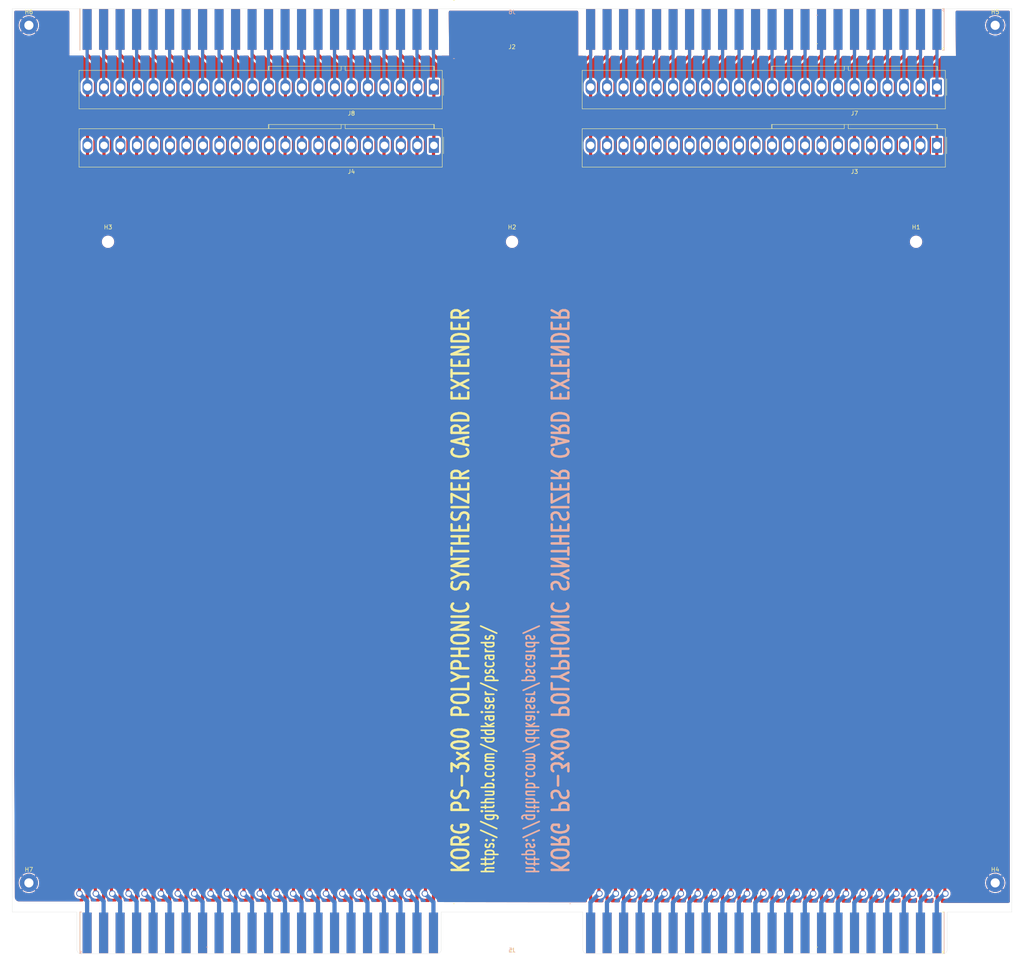
<source format=kicad_pcb>
(kicad_pcb (version 20240108) (generator "pcbnew") (generator_version "8.0")
  (title_block (comment 1 "Created with 'Korg PS-3x00 KLM Cards' template: https://github.com/ddkaiser/pscards"))
  (layers (0 "F.Cu" signal) (31 "B.Cu" signal) (34 "B.Paste" user) (35 "F.Paste" user) (36 "B.SilkS" user "B.Silkscreen") (37 "F.SilkS" user "F.Silkscreen") (38 "B.Mask" user) (39 "F.Mask" user) (44 "Edge.Cuts" user))
  (net 0 "")
  (net 1 "/Side A/S11")
  (net 2 "/Side A/S34")
  (net 3 "/Side A/S39")
  (net 4 "/Side A/S18")
  (net 5 "/Side A/S25")
  (net 6 "/Side A/S03")
  (net 7 "/Side A/S19")
  (net 8 "/Side A/S38")
  (net 9 "/Side A/S41")
  (net 10 "/Side A/S37")
  (net 11 "/Side A/S43")
  (net 12 "/Side A/S15")
  (net 13 "/Side A/S42")
  (net 14 "/Side A/S35")
  (net 15 "/Side A/S22")
  (net 16 "/Side A/S01")
  (net 17 "/Side A/S24")
  (net 18 "/Side A/S27")
  (net 19 "/Side A/S33")
  (net 20 "/Side A/S36")
  (net 21 "/Side A/S21")
  (net 22 "/Side A/S02")
  (net 23 "/Side A/S26")
  (net 24 "/Side A/S08")
  (net 25 "/Side A/S16")
  (net 26 "/Side A/S30")
  (net 27 "/Side A/S28")
  (net 28 "/Side A/S17")
  (net 29 "/Side A/S05")
  (net 30 "/Side A/S12")
  (net 31 "/Side A/S14")
  (net 32 "/Side A/S04")
  (net 33 "/Side A/S20")
  (net 34 "/Side A/S07")
  (net 35 "/Side A/S06")
  (net 36 "/Side A/S32")
  (net 37 "/Side A/S23")
  (net 38 "/Side A/S10")
  (net 39 "/Side A/S31")
  (net 40 "/Side A/S13")
  (net 41 "/Side A/S29")
  (net 42 "/Side A/S40")
  (net 43 "/Side A/S09")
  (net 44 "/Side A/S44")
  (net 45 "/Side B/S07")
  (net 46 "/Side B/S06")
  (net 47 "/Side B/S25")
  (net 48 "/Side B/S11")
  (net 49 "/Side B/S18")
  (net 50 "/Side B/S02")
  (net 51 "/Side B/S43")
  (net 52 "/Side B/S29")
  (net 53 "/Side B/S31")
  (net 54 "/Side B/S34")
  (net 55 "/Side B/S10")
  (net 56 "/Side B/S40")
  (net 57 "/Side B/S39")
  (net 58 "/Side B/S30")
  (net 59 "/Side B/S22")
  (net 60 "/Side B/S14")
  (net 61 "/Side B/S36")
  (net 62 "/Side B/S05")
  (net 63 "/Side B/S44")
  (net 64 "/Side B/S01")
  (net 65 "/Side B/S08")
  (net 66 "/Side B/S20")
  (net 67 "/Side B/S19")
  (net 68 "/Side B/S35")
  (net 69 "/Side B/S21")
  (net 70 "/Side B/S12")
  (net 71 "/Side B/S28")
  (net 72 "/Side B/S38")
  (net 73 "/Side B/S17")
  (net 74 "/Side B/S41")
  (net 75 "/Side B/S04")
  (net 76 "/Side B/S26")
  (net 77 "/Side B/S42")
  (net 78 "/Side B/S03")
  (net 79 "/Side B/S33")
  (net 80 "/Side B/S24")
  (net 81 "/Side B/S27")
  (net 82 "/Side B/S13")
  (net 83 "/Side B/S09")
  (net 84 "/Side B/S32")
  (net 85 "/Side B/S15")
  (net 86 "/Side B/S23")
  (net 87 "/Side B/S37")
  (net 88 "/Side B/S16")
  (net 89 "GND1")
  (footprint "MountingHole:MountingHole_2.5mm" (layer "F.Cu") (at 297 76)
    (property "Reference" "H1")
    (property "Value" "MountingHole")
  )
  (footprint "MountingHole:MountingHole_2.5mm" (layer "F.Cu") (at 103 76)
    (property "Reference" "H3")
    (property "Value" "MountingHole")
  )
  (footprint "Korg PS-3x00 KLM Cards:Molex_KK-396_A-41791-0022_1x22_P3.96mm_Vertical" (layer "F.Cu") (at 181.229 38.846 180)
    (property "Reference" "J8")
    (property "Value" "Conn_01x22_Pin" (hide yes))
  )
  (footprint "Korg PS-3x00 KLM Cards:CardEdge-2x22_2.18x9.75mm_P3.96mm" (layer "F.Cu") (at 200 242 -90)
    (property "Reference" "J5")
    (property "Value" "Card_Edge_1x44")
  )
  (footprint "MountingHole:MountingHole_2.2mm_M2_Pad" (layer "F.Cu") (at 316 230)
    (property "Reference" "H4")
    (property "Value" "MountingHole_Pad")
  )
  (footprint "Korg PS-3x00 KLM Cards:Molex_KK-396_A-41791-0022_1x22_P3.96mm_Vertical" (layer "F.Cu") (at 181.229 52.846 180)
    (property "Reference" "J4")
    (property "Value" "Conn_01x22_Pin" (hide yes))
  )
  (footprint "Korg PS-3x00 KLM Cards:Molex_KK-396_A-41791-0022_1x22_P3.96mm_Vertical" (layer "F.Cu") (at 302.02 52.846 180)
    (property "Reference" "J3")
    (property "Value" "Conn_01x22_Pin" (hide yes))
  )
  (footprint "MountingHole:MountingHole_2.2mm_M2_Pad" (layer "F.Cu") (at 84 230)
    (property "Reference" "H7")
    (property "Value" "MountingHole_Pad")
  )
  (footprint "MountingHole:MountingHole_2.2mm_M2_Pad" (layer "F.Cu") (at 84 24)
    (property "Reference" "H6")
    (property "Value" "MountingHole_Pad")
  )
  (footprint "Korg PS-3x00 KLM Cards:CardEdge-2x22_2.18x9.75mm_P3.96mm" (layer "F.Cu") (at 200 25 90)
    (property "Reference" "J6")
    (property "Value" "Card_Edge_1x44")
  )
  (footprint "MountingHole:MountingHole_2.5mm" (layer "F.Cu") (at 200 76)
    (property "Reference" "H2")
    (property "Value" "MountingHole")
  )
  (footprint "MountingHole:MountingHole_2.2mm_M2_Pad" (layer "F.Cu") (at 316 24)
    (property "Reference" "H5")
    (property "Value" "MountingHole_Pad")
  )
  (footprint "Korg PS-3x00 KLM Cards:Molex_KK-396_A-41791-0022_1x22_P3.96mm_Vertical" (layer "F.Cu") (at 302.02 38.846 180)
    (property "Reference" "J7")
    (property "Value" "Conn_01x22_Pin" (hide yes))
  )
  (footprint "Korg PS-3x00 KLM Cards:CardEdge-2x22_2.18x9.75mm_P3.96mm" (layer "B.Cu") (at 200 25 -90)
    (property "Reference" "J2")
    (property "Value" "Card_Edge_1x44")
  )
  (footprint "Korg PS-3x00 KLM Cards:CardEdge-2x22_2.18x9.75mm_P3.96mm" (layer "B.Cu") (at 200 242 -90)
    (property "Reference" "J1")
    (property "Value" "Card_Edge_1x44")
  )
  (gr_line (start 80 20) (end 80 237) (stroke (width 0.05)) (layer "Edge.Cuts"))
  (gr_line (start 80 237) (end 95.5 237) (stroke (width 0.05)) (layer "Edge.Cuts"))
  (gr_line (start 218 247) (end 303.5 247) (stroke (width 0.05)) (layer "Edge.Cuts"))
  (gr_line (start 183 246) (end 183 237) (stroke (width 0.05)) (layer "Edge.Cuts"))
  (gr_line (start 95.5 237) (end 95.5 246) (stroke (width 0.05)) (layer "Edge.Cuts"))
  (gr_arc (start 96.5 247) (mid 95.792893 246.707107) (end 95.5 246) (stroke (width 0.05)) (layer "Edge.Cuts"))
  (gr_line (start 80 20) (end 320 20) (stroke (width 0.05)) (layer "Edge.Cuts"))
  (gr_line (start 183 237) (end 217 237) (stroke (width 0.05)) (layer "Edge.Cuts"))
  (gr_arc (start 218 247) (mid 217.292893 246.707107) (end 217 246) (stroke (width 0.05)) (layer "Edge.Cuts"))
  (gr_arc (start 183 246) (mid 182.707107 246.707107) (end 182 247) (stroke (width 0.05)) (layer "Edge.Cuts"))
  (gr_line (start 320 20) (end 320 237) (stroke (width 0.05)) (layer "Edge.Cuts"))
  (gr_line (start 217 237) (end 217 246) (stroke (width 0.05)) (layer "Edge.Cuts"))
  (gr_line (start 304.5 246) (end 304.5 237) (stroke (width 0.05)) (layer "Edge.Cuts"))
  (gr_arc (start 304.5 246) (mid 304.207107 246.707107) (end 303.5 247) (stroke (width 0.05)) (layer "Edge.Cuts"))
  (gr_line (start 304.5 237) (end 320 237) (stroke (width 0.05)) (layer "Edge.Cuts"))
  (gr_line (start 96.5 247) (end 182 247) (stroke (width 0.05)) (layer "Edge.Cuts"))
  (gr_text "https://github.com/ddkaiser/pscards/" (at 203 228 270) (layer "B.SilkS") (effects (font (size 3 2) (thickness 0.4) (bold yes)) (justify left bottom mirror)))
  (gr_text "KORG PS-3x00 POLYPHONIC SYNTHESIZER CARD EXTENDER" (at 209 228 270) (layer "B.SilkS") (effects (font (size 4 3) (thickness 0.6) (bold yes)) (justify left bottom mirror)))
  (gr_text "https://github.com/ddkaiser/pscards/" (at 196 228 90) (layer "F.SilkS") (effects (font (size 3 2) (thickness 0.4) (bold yes)) (justify left bottom)))
  (gr_text "KORG PS-3x00 POLYPHONIC SYNTHESIZER CARD EXTENDER" (at 190 228 90) (layer "F.SilkS") (effects (font (size 4 3) (thickness 0.6) (bold yes)) (justify left bottom)))
  (segment (start 260.349 33.274) (end 260.349 44.45) (width 0.762) (layer "F.Cu") (net 1))
  (segment (start 262.42 25) (end 262.42 31.203) (width 0.762) (layer "F.Cu") (net 1))
  (segment (start 262.42 31.203) (end 260.349 33.274) (width 0.762) (layer "F.Cu") (net 1))
  (segment (start 260.349 44.45) (end 262.42 46.521) (width 0.762) (layer "F.Cu") (net 1))
  (segment (start 262.42 52.846) (end 262.42 242) (width 0.762) (layer "F.Cu") (net 1))
  (segment (start 262.42 46.521) (end 262.42 52.846) (width 0.762) (layer "F.Cu") (net 1))
  (segment (start 137.58 52.935) (end 137.58 242) (width 0.762) (layer "F.Cu") (net 2))
  (segment (start 137.669 52.846) (end 137.58 52.935) (width 0.762) (layer "F.Cu") (net 2))
  (segment (start 139.574 33.02) (end 139.574 44.831) (width 0.762) (layer "F.Cu") (net 2))
  (segment (start 137.669 46.736) (end 137.669 52.846) (width 0.762) (layer "F.Cu") (net 2))
  (segment (start 137.58 31.026) (end 139.574 33.02) (width 0.762) (layer "F.Cu") (net 2))
  (segment (start 139.574 44.831) (end 137.669 46.736) (width 0.762) (layer "F.Cu") (net 2))
  (segment (start 137.58 25) (end 137.58 31.026) (width 0.762) (layer "F.Cu") (net 2))
  (segment (start 119.774 33.02) (end 119.774 44.831) (width 0.762) (layer "F.Cu") (net 3))
  (segment (start 119.774 44.831) (end 117.869 46.736) (width 0.762) (layer "F.Cu") (net 3))
  (segment (start 117.78 31.026) (end 119.774 33.02) (width 0.762) (layer "F.Cu") (net 3))
  (segment (start 117.78 52.935) (end 117.78 242) (width 0.762) (layer "F.Cu") (net 3))
  (segment (start 117.869 52.846) (end 117.78 52.935) (width 0.762) (layer "F.Cu") (net 3))
  (segment (start 117.78 25) (end 117.78 31.026) (width 0.762) (layer "F.Cu") (net 3))
  (segment (start 117.869 46.736) (end 117.869 52.846) (width 0.762) (layer "F.Cu") (net 3))
  (segment (start 232.629 33.274) (end 232.629 44.45) (width 0.762) (layer "F.Cu") (net 4))
  (segment (start 234.7 25) (end 234.7 31.203) (width 0.762) (layer "F.Cu") (net 4))
  (segment (start 234.7 46.521) (end 234.7 52.846) (width 0.762) (layer "F.Cu") (net 4))
  (segment (start 234.7 31.203) (end 232.629 33.274) (width 0.762) (layer "F.Cu") (net 4))
  (segment (start 232.629 44.45) (end 234.7 46.521) (width 0.762) (layer "F.Cu") (net 4))
  (segment (start 234.7 52.846) (end 234.7 242) (width 0.762) (layer "F.Cu") (net 4))
  (segment (start 173.309 46.736) (end 173.309 52.846) (width 0.762) (layer "F.Cu") (net 5))
  (segment (start 173.22 31.026) (end 175.214 33.02) (width 0.762) (layer "F.Cu") (net 5))
  (segment (start 173.309 241.911) (end 173.22 242) (width 0.762) (layer "F.Cu") (net 5))
  (segment (start 173.22 52.935) (end 173.22 242) (width 0.762) (layer "F.Cu") (net 5))
  (segment (start 175.214 33.02) (end 175.214 44.831) (width 0.762) (layer "F.Cu") (net 5))
  (segment (start 175.214 44.831) (end 173.309 46.736) (width 0.762) (layer "F.Cu") (net 5))
  (segment (start 173.309 52.846) (end 173.22 52.935) (width 0.762) (layer "F.Cu") (net 5))
  (segment (start 173.22 25) (end 173.22 31.026) (width 0.762) (layer "F.Cu") (net 5))
  (segment (start 292.029 44.45) (end 294.1 46.521) (width 0.762) (layer "F.Cu") (net 6))
  (segment (start 294.061 58.712) (end 305.054 69.705) (width 0.762) (layer "F.Cu") (net 6))
  (segment (start 305.054 69.705) (end 305.054 82.1055) (width 0.762) (layer "F.Cu") (net 6))
  (segment (start 294.1 31.203) (end 292.029 33.274) (width 0.762) (layer "F.Cu") (net 6))
  (segment (start 294.1 25) (end 294.1 31.203) (width 0.762) (layer "F.Cu") (net 6))
  (segment (start 294.061 52.973) (end 294.061 58.712) (width 0.762) (layer "F.Cu") (net 6))
  (segment (start 305.054 82.1055) (end 294.15 93.0095) (width 0.762) (layer "F.Cu") (net 6))
  (segment (start 294.15 93.0095) (end 294.15 242.127) (width 0.762) (layer "F.Cu") (net 6))
  (segment (start 292.029 33.274) (end 292.029 44.45) (width 0.762) (layer "F.Cu") (net 6))
  (segment (start 294.1 46.521) (end 294.1 52.846) (width 0.762) (layer "F.Cu") (net 6))
  (segment (start 228.669 44.45) (end 230.74 46.521) (width 0.762) (layer "F.Cu") (net 7))
  (segment (start 230.74 52.846) (end 230.74 242) (width 0.762) (layer "F.Cu") (net 7))
  (segment (start 230.74 31.203) (end 228.669 33.274) (width 0.762) (layer "F.Cu") (net 7))
  (segment (start 230.74 25) (end 230.74 31.203) (width 0.762) (layer "F.Cu") (net 7))
  (segment (start 230.74 46.521) (end 230.74 52.846) (width 0.762) (layer "F.Cu") (net 7))
  (segment (start 228.669 33.274) (end 228.669 44.45) (width 0.762) (layer "F.Cu") (net 7))
  (segment (start 121.74 31.026) (end 123.734 33.02) (width 0.762) (layer "F.Cu") (net 8))
  (segment (start 121.829 52.846) (end 121.74 52.935) (width 0.762) (layer "F.Cu") (net 8))
  (segment (start 121.74 25) (end 121.74 31.026) (width 0.762) (layer "F.Cu") (net 8))
  (segment (start 123.734 44.831) (end 121.829 46.736) (width 0.762) (layer "F.Cu") (net 8))
  (segment (start 121.829 46.736) (end 121.829 52.846) (width 0.762) (layer "F.Cu") (net 8))
  (segment (start 123.734 33.02) (end 123.734 44.831) (width 0.762) (layer "F.Cu") (net 8))
  (segment (start 121.74 52.935) (end 121.74 242) (width 0.762) (layer "F.Cu") (net 8))
  (segment (start 109.86 25) (end 109.86 31.026) (width 0.762) (layer "F.Cu") (net 9))
  (segment (start 109.949 46.736) (end 109.949 52.846) (width 0.762) (layer "F.Cu") (net 9))
  (segment (start 109.949 52.846) (end 109.86 52.935) (width 0.762) (layer "F.Cu") (net 9))
  (segment (start 111.854 33.02) (end 111.854 44.831) (width 0.762) (layer "F.Cu") (net 9))
  (segment (start 109.86 52.935) (end 109.86 242) (width 0.762) (layer "F.Cu") (net 9))
  (segment (start 111.854 44.831) (end 109.949 46.736) (width 0.762) (layer "F.Cu") (net 9))
  (segment (start 109.86 31.026) (end 111.854 33.02) (width 0.762) (layer "F.Cu") (net 9))
  (segment (start 125.7 25) (end 125.7 31.026) (width 0.762) (layer "F.Cu") (net 10))
  (segment (start 127.694 33.02) (end 127.694 44.831) (width 0.762) (layer "F.Cu") (net 10))
  (segment (start 125.789 46.736) (end 125.789 52.846) (width 0.762) (layer "F.Cu") (net 10))
  (segment (start 125.7 52.935) (end 125.7 242) (width 0.762) (layer "F.Cu") (net 10))
  (segment (start 127.694 44.831) (end 125.789 46.736) (width 0.762) (layer "F.Cu") (net 10))
  (segment (start 125.7 31.026) (end 127.694 33.02) (width 0.762) (layer "F.Cu") (net 10))
  (segment (start 125.789 52.846) (end 125.7 52.935) (width 0.762) (layer "F.Cu") (net 10))
  (segment (start 101.94 25) (end 101.94 31.026) (width 0.762) (layer "F.Cu") (net 11))
  (segment (start 102.029 46.736) (end 102.029 52.846) (width 0.762) (layer "F.Cu") (net 11))
  (segment (start 92.456 67.945) (end 92.456 83.439) (width 0.762) (layer "F.Cu") (net 11))
  (segment (start 101.94 92.923) (end 101.94 242) (width 0.762) (layer "F.Cu") (net 11))
  (segment (start 103.934 33.02) (end 103.934 44.831) (width 0.762) (layer "F.Cu") (net 11))
  (segment (start 92.456 83.439) (end 101.94 92.923) (width 0.762) (layer "F.Cu") (net 11))
  (segment (start 102.029 58.372) (end 92.456 67.945) (width 0.762) (layer "F.Cu") (net 11))
  (segment (start 103.934 44.831) (end 102.029 46.736) (width 0.762) (layer "F.Cu") (net 11))
  (segment (start 102.029 52.846) (end 102.029 58.372) (width 0.762) (layer "F.Cu") (net 11))
  (segment (start 101.94 31.026) (end 103.934 33.02) (width 0.762) (layer "F.Cu") (net 11))
  (segment (start 244.509 44.45) (end 246.58 46.521) (width 0.762) (layer "F.Cu") (net 12))
  (segment (start 246.58 31.203) (end 244.509 33.274) (width 0.762) (layer "F.Cu") (net 12))
  (segment (start 246.58 25) (end 246.58 31.203) (width 0.762) (layer "F.Cu") (net 12))
  (segment (start 244.509 33.274) (end 244.509 44.45) (width 0.762) (layer "F.Cu") (net 12))
  (segment (start 246.58 46.521) (end 246.58 52.846) (width 0.762) (layer "F.Cu") (net 12))
  (segment (start 246.58 52.846) (end 246.58 242) (width 0.762) (layer "F.Cu") (net 12))
  (segment (start 105.9 31.026) (end 107.894 33.02) (width 0.762) (layer "F.Cu") (net 13))
  (segment (start 105.989 46.736) (end 105.989 52.846) (width 0.762) (layer "F.Cu") (net 13))
  (segment (start 107.894 33.02) (end 107.894 44.831) (width 0.762) (layer "F.Cu") (net 13))
  (segment (start 105.9 25) (end 105.9 31.026) (width 0.762) (layer "F.Cu") (net 13))
  (segment (start 105.989 52.846) (end 105.989 58.585) (width 0.762) (layer "F.Cu") (net 13))
  (segment (start 105.9 92.8825) (end 105.9 242) (width 0.762) (layer "F.Cu") (net 13))
  (segment (start 94.996 81.9785) (end 105.9 92.8825) (width 0.762) (layer "F.Cu") (net 13))
  (segment (start 94.996 69.578) (end 94.996 81.9785) (width 0.762) (layer "F.Cu") (net 13))
  (segment (start 105.989 58.585) (end 94.996 69.578) (width 0.762) (layer "F.Cu") (net 13))
  (segment (start 107.894 44.831) (end 105.989 46.736) (width 0.762) (layer "F.Cu") (net 13))
  (segment (start 133.62 31.026) (end 135.614 33.02) (width 0.762) (layer "F.Cu") (net 14))
  (segment (start 135.614 44.831) (end 133.709 46.736) (width 0.762) (layer "F.Cu") (net 14))
  (segment (start 135.614 33.02) (end 135.614 44.831) (width 0.762) (layer "F.Cu") (net 14))
  (segment (start 133.62 25) (end 133.62 31.026) (width 0.762) (layer "F.Cu") (net 14))
  (segment (start 133.709 46.736) (end 133.709 52.846) (width 0.762) (layer "F.Cu") (net 14))
  (segment (start 133.62 52.935) (end 133.62 242) (width 0.762) (layer "F.Cu") (net 14))
  (segment (start 133.709 52.846) (end 133.62 52.935) (width 0.762) (layer "F.Cu") (net 14))
  (segment (start 216.789 33.274) (end 216.789 44.45) (width 0.762) (layer "F.Cu") (net 15))
  (segment (start 218.86 25) (end 218.86 31.203) (width 0.762) (layer "F.Cu") (net 15))
  (segment (start 216.789 44.45) (end 218.86 46.521) (width 0.762) (layer "F.Cu") (net 15))
  (segment (start 218.86 46.521) (end 218.86 52.846) (width 0.762) (layer "F.Cu") (net 15))
  (segment (start 218.86 31.203) (end 216.789 33.274) (width 0.762) (layer "F.Cu") (net 15))
  (segment (start 218.86 52.846) (end 218.86 242) (width 0.762) (layer "F.Cu") (net 15))
  (segment (start 301.981 52.973) (end 301.981 58.358474) (width 0.762) (layer "F.Cu") (net 16))
  (segment (start 302.02 31.203) (end 299.949 33.274) (width 0.762) (layer "F.Cu") (net 16))
  (segment (start 301.981 58.358474) (end 310.261 66.638474) (width 0.762) (layer "F.Cu") (net 16))
  (segment (start 302.02 46.521) (end 302.02 52.846) (width 0.762) (layer "F.Cu") (net 16))
  (segment (start 302.07 92.581474) (end 302.07 242.127) (width 0.762) (layer "F.Cu") (net 16))
  (segment (start 299.949 33.274) (end 299.949 44.45) (width 0.762) (layer "F.Cu") (net 16))
  (segment (start 310.261 66.638474) (end 310.261 84.390474) (width 0.762) (layer "F.Cu") (net 16))
  (segment (start 299.949 44.45) (end 302.02 46.521) (width 0.762) (layer "F.Cu") (net 16))
  (segment (start 310.261 84.390474) (end 302.07 92.581474) (width 0.762) (layer "F.Cu") (net 16))
  (segment (start 302.02 25) (end 302.02 31.203) (width 0.762) (layer "F.Cu") (net 16))
  (segment (start 177.18 52.935) (end 177.18 242) (width 0.762) (layer "F.Cu") (net 17))
  (segment (start 179.174 44.831) (end 177.269 46.736) (width 0.762) (layer "F.Cu") (net 17))
  (segment (start 177.269 46.736) (end 177.269 52.846) (width 0.762) (layer "F.Cu") (net 17))
  (segment (start 177.269 241.911) (end 177.18 242) (width 0.762) (layer "F.Cu") (net 17))
  (segment (start 179.174 33.02) (end 179.174 44.831) (width 0.762) (layer "F.Cu") (net 17))
  (segment (start 177.18 31.026) (end 179.174 33.02) (width 0.762) (layer "F.Cu") (net 17))
  (segment (start 177.269 52.846) (end 177.18 52.935) (width 0.762) (layer "F.Cu") (net 17))
  (segment (start 177.18 25) (end 177.18 31.026) (width 0.762) (layer "F.Cu") (net 17))
  (segment (start 165.3 25) (end 165.3 31.026) (width 0.762) (layer "F.Cu") (net 18))
  (segment (start 165.389 52.846) (end 165.3 52.935) (width 0.762) (layer "F.Cu") (net 18))
  (segment (start 167.294 33.02) (end 167.294 44.831) (width 0.762) (layer "F.Cu") (net 18))
  (segment (start 165.389 241.911) (end 165.3 242) (width 0.762) (layer "F.Cu") (net 18))
  (segment (start 165.3 52.935) (end 165.3 242) (width 0.762) (layer "F.Cu") (net 18))
  (segment (start 167.294 44.831) (end 165.389 46.736) (width 0.762) (layer "F.Cu") (net 18))
  (segment (start 165.3 31.026) (end 167.294 33.02) (width 0.762) (layer "F.Cu") (net 18))
  (segment (start 165.389 46.736) (end 165.389 52.846) (width 0.762) (layer "F.Cu") (net 18))
  (segment (start 143.534 33.02) (end 143.534 44.831) (width 0.762) (layer "F.Cu") (net 19))
  (segment (start 141.629 46.736) (end 141.629 52.846) (width 0.762) (layer "F.Cu") (net 19))
  (segment (start 141.54 52.935) (end 141.54 242) (width 0.762) (layer "F.Cu") (net 19))
  (segment (start 141.629 52.846) (end 141.54 52.935) (width 0.762) (layer "F.Cu") (net 19))
  (segment (start 141.54 25) (end 141.54 31.026) (width 0.762) (layer "F.Cu") (net 19))
  (segment (start 141.54 31.026) (end 143.534 33.02) (width 0.762) (layer "F.Cu") (net 19))
  (segment (start 143.534 44.831) (end 141.629 46.736) (width 0.762) (layer "F.Cu") (net 19))
  (segment (start 131.654 44.831) (end 129.749 46.736) (width 0.762) (layer "F.Cu") (net 20))
  (segment (start 131.654 33.02) (end 131.654 44.831) (width 0.762) (layer "F.Cu") (net 20))
  (segment (start 129.66 31.026) (end 131.654 33.02) (width 0.762) (layer "F.Cu") (net 20))
  (segment (start 129.66 25) (end 129.66 31.026) (width 0.762) (layer "F.Cu") (net 20))
  (segment (start 129.66 52.935) (end 129.66 242) (width 0.762) (layer "F.Cu") (net 20))
  (segment (start 129.749 46.736) (end 129.749 52.846) (width 0.762) (layer "F.Cu") (net 20))
  (segment (start 129.749 52.846) (end 129.66 52.935) (width 0.762) (layer "F.Cu") (net 20))
  (segment (start 222.82 25) (end 222.82 31.203) (width 0.762) (layer "F.Cu") (net 21))
  (segment (start 222.82 46.521) (end 222.82 52.846) (width 0.762) (layer "F.Cu") (net 21))
  (segment (start 220.749 44.45) (end 222.82 46.521) (width 0.762) (layer "F.Cu") (net 21))
  (segment (start 222.82 31.203) (end 220.749 33.274) (width 0.762) (layer "F.Cu") (net 21))
  (segment (start 220.749 33.274) (end 220.749 44.45) (width 0.762) (layer "F.Cu") (net 21))
  (segment (start 222.82 52.846) (end 222.82 242) (width 0.762) (layer "F.Cu") (net 21))
  (segment (start 298.06 25) (end 298.06 31.203) (width 0.762) (layer "F.Cu") (net 22))
  (segment (start 307.594 68.072) (end 307.594 83.566) (width 0.762) (layer "F.Cu") (net 22))
  (segment (start 298.021 52.973) (end 298.021 58.499) (width 0.762) (layer "F.Cu") (net 22))
  (segment (start 295.989 33.274) (end 295.989 44.45) (width 0.762) (layer "F.Cu") (net 22))
  (segment (start 295.989 44.45) (end 298.06 46.521) (width 0.762) (layer "F.Cu") (net 22))
  (segment (start 298.11 93.05) (end 298.11 242.127) (width 0.762) (layer "F.Cu") (net 22))
  (segment (start 307.594 83.566) (end 298.11 93.05) (width 0.762) (layer "F.Cu") (net 22))
  (segment (start 298.021 58.499) (end 307.594 68.072) (width 0.762) (layer "F.Cu") (net 22))
  (segment (start 298.06 46.521) (end 298.06 52.846) (width 0.762) (layer "F.Cu") (net 22))
  (segment (start 298.06 31.203) (end 295.989 33.274) (width 0.762) (layer "F.Cu") (net 22))
  (segment (start 169.349 241.911) (end 169.26 242) (width 0.762) (layer "F.Cu") (net 23))
  (segment (start 171.254 33.02) (end 171.254 44.831) (width 0.762) (layer "F.Cu") (net 23))
  (segment (start 169.26 25) (end 169.26 31.026) (width 0.762) (layer "F.Cu") (net 23))
  (segment (start 171.254 44.831) (end 169.349 46.736) (width 0.762) (layer "F.Cu") (net 23))
  (segment (start 169.349 46.736) (end 169.349 52.846) (width 0.762) (layer "F.Cu") (net 23))
  (segment (start 169.26 31.026) (end 171.254 33.02) (width 0.762) (layer "F.Cu") (net 23))
  (segment (start 169.349 52.846) (end 169.26 52.935) (width 0.762) (layer "F.Cu") (net 23))
  (segment (start 169.26 52.935) (end 169.26 242) (width 0.762) (layer "F.Cu") (net 23))
  (segment (start 272.229 44.45) (end 274.3 46.521) (width 0.762) (layer "F.Cu") (net 24))
  (segment (start 274.3 46.521) (end 274.3 52.846) (width 0.762) (layer "F.Cu") (net 24))
  (segment (start 272.229 33.274) (end 272.229 44.45) (width 0.762) (layer "F.Cu") (net 24))
  (segment (start 274.3 25) (end 274.3 31.203) (width 0.762) (layer "F.Cu") (net 24))
  (segment (start 274.3 52.846) (end 274.3 242) (width 0.762) (layer "F.Cu") (net 24))
  (segment (start 274.3 31.203) (end 272.229 33.274) (width 0.762) (layer "F.Cu") (net 24))
  (segment (start 242.62 25) (end 242.62 31.203) (width 0.762) (layer "F.Cu") (net 25))
  (segment (start 242.62 46.521) (end 242.62 52.846) (width 0.762) (layer "F.Cu") (net 25))
  (segment (start 242.62 52.846) (end 242.62 242) (width 0.762) (layer "F.Cu") (net 25))
  (segment (start 242.62 31.203) (end 240.549 33.274) (width 0.762) (layer "F.Cu") (net 25))
  (segment (start 240.549 33.274) (end 240.549 44.45) (width 0.762) (layer "F.Cu") (net 25))
  (segment (start 240.549 44.45) (end 242.62 46.521) (width 0.762) (layer "F.Cu") (net 25))
  (segment (start 155.414 44.831) (end 153.509 46.736) (width 0.762) (layer "F.Cu") (net 26))
  (segment (start 153.42 52.935) (end 153.42 242) (width 0.762) (layer "F.Cu") (net 26))
  (segment (start 153.509 46.736) (end 153.509 52.846) (width 0.762) (layer "F.Cu") (net 26))
  (segment (start 153.42 31.026) (end 155.414 33.02) (width 0.762) (layer "F.Cu") (net 26))
  (segment (start 153.42 25) (end 153.42 31.026) (width 0.762) (layer "F.Cu") (net 26))
  (segment (start 153.509 241.911) (end 153.42 242) (width 0.762) (layer "F.Cu") (net 26))
  (segment (start 155.414 33.02) (end 155.414 44.831) (width 0.762) (layer "F.Cu") (net 26))
  (segment (start 153.509 52.846) (end 153.42 52.935) (width 0.762) (layer "F.Cu") (net 26))
  (segment (start 163.334 33.02) (end 163.334 44.831) (width 0.762) (layer "F.Cu") (net 27))
  (segment (start 161.34 25) (end 161.34 31.026) (width 0.762) (layer "F.Cu") (net 27))
  (segment (start 161.429 53.582) (end 161.34 53.671) (width 0.762) (layer "F.Cu") (net 27))
  (segment (start 161.429 46.736) (end 161.429 52.846) (width 0.762) (layer "F.Cu") (net 27))
  (segment (start 161.429 52.846) (end 161.34 52.935) (width 0.762) (layer "F.Cu") (net 27))
  (segment (start 161.34 31.026) (end 163.334 33.02) (width 0.762) (layer "F.Cu") (net 27))
  (segment (start 161.429 52.846) (end 161.429 53.582) (width 0.762) (layer "F.Cu") (net 27))
  (segment (start 163.334 44.831) (end 161.429 46.736) (width 0.762) (layer "F.Cu") (net 27))
  (segment (start 161.34 52.935) (end 161.34 242) (width 0.762) (layer "F.Cu") (net 27))
  (segment (start 238.66 46.521) (end 238.66 52.846) (width 0.762) (layer "F.Cu") (net 28))
  (segment (start 238.66 52.846) (end 238.66 242) (width 0.762) (layer "F.Cu") (net 28))
  (segment (start 238.66 25) (end 238.66 31.203) (width 0.762) (layer "F.Cu") (net 28))
  (segment (start 236.589 33.274) (end 236.589 44.45) (width 0.762) (layer "F.Cu") (net 28))
  (segment (start 236.589 44.45) (end 238.66 46.521) (width 0.762) (layer "F.Cu") (net 28))
  (segment (start 238.66 31.203) (end 236.589 33.274) (width 0.762) (layer "F.Cu") (net 28))
  (segment (start 284.109 33.274) (end 284.109 44.45) (width 0.762) (layer "F.Cu") (net 29))
  (segment (start 284.109 44.45) (end 286.18 46.521) (width 0.762) (layer "F.Cu") (net 29))
  (segment (start 286.18 52.846) (end 286.18 242) (width 0.762) (layer "F.Cu") (net 29))
  (segment (start 286.18 25) (end 286.18 31.203) (width 0.762) (layer "F.Cu") (net 29))
  (segment (start 286.18 31.203) (end 284.109 33.274) (width 0.762) (layer "F.Cu") (net 29))
  (segment (start 286.18 46.521) (end 286.18 52.846) (width 0.762) (layer "F.Cu") (net 29))
  (segment (start 258.46 52.846) (end 258.46 242) (width 0.762) (layer "F.Cu") (net 30))
  (segment (start 258.46 31.203) (end 256.389 33.274) (width 0.762) (layer "F.Cu") (net 30))
  (segment (start 258.46 46.521) (end 258.46 52.846) (width 0.762) (layer "F.Cu") (net 30))
  (segment (start 256.389 33.274) (end 256.389 44.45) (width 0.762) (layer "F.Cu") (net 30))
  (segment (start 258.46 25) (end 258.46 31.203) (width 0.762) (layer "F.Cu") (net 30))
  (segment (start 256.389 44.45) (end 258.46 46.521) (width 0.762) (layer "F.Cu") (net 30))
  (segment (start 248.469 33.274) (end 248.469 44.45) (width 0.762) (layer "F.Cu") (net 31))
  (segment (start 250.54 31.203) (end 248.469 33.274) (width 0.762) (layer "F.Cu") (net 31))
  (segment (start 250.54 46.521) (end 250.54 52.846) (width 0.762) (layer "F.Cu") (net 31))
  (segment (start 250.54 25) (end 250.54 31.203) (width 0.762) (layer "F.Cu") (net 31))
  (segment (start 250.54 52.846) (end 250.54 242) (width 0.762) (layer "F.Cu") (net 31))
  (segment (start 248.469 44.45) (end 250.54 46.521) (width 0.762) (layer "F.Cu") (net 31))
  (segment (start 288.069 33.274) (end 288.069 44.45) (width 0.762) (layer "F.Cu") (net 32))
  (segment (start 290.14 31.203) (end 288.069 33.274) (width 0.762) (layer "F.Cu") (net 32))
  (segment (start 290.14 46.521) (end 290.14 52.846) (width 0.762) (layer "F.Cu") (net 32))
  (segment (start 290.14 52.846) (end 290.14 242) (width 0.762) (layer "F.Cu") (net 32))
  (segment (start 288.069 44.45) (end 290.14 46.521) (width 0.762) (layer "F.Cu") (net 32))
  (segment (start 290.14 25) (end 290.14 31.203) (width 0.762) (layer "F.Cu") (net 32))
  (segment (start 226.78 31.203) (end 224.709 33.274) (width 0.762) (layer "F.Cu") (net 33))
  (segment (start 226.78 46.521) (end 226.78 52.846) (width 0.762) (layer "F.Cu") (net 33))
  (segment (start 224.709 33.274) (end 224.709 44.45) (width 0.762) (layer "F.Cu") (net 33))
  (segment (start 224.709 44.45) (end 226.78 46.521) (width 0.762) (layer "F.Cu") (net 33))
  (segment (start 226.78 52.846) (end 226.78 242) (width 0.762) (layer "F.Cu") (net 33))
  (segment (start 226.78 25) (end 226.78 31.203) (width 0.762) (layer "F.Cu") (net 33))
  (segment (start 278.26 52.846) (end 278.26 242) (width 0.762) (layer "F.Cu") (net 34))
  (segment (start 278.26 25) (end 278.26 31.203) (width 0.762) (layer "F.Cu") (net 34))
  (segment (start 278.26 31.203) (end 276.189 33.274) (width 0.762) (layer "F.Cu") (net 34))
  (segment (start 276.189 44.45) (end 278.26 46.521) (width 0.762) (layer "F.Cu") (net 34))
  (segment (start 278.26 46.521) (end 278.26 52.846) (width 0.762) (layer "F.Cu") (net 34))
  (segment (start 276.189 33.274) (end 276.189 44.45) (width 0.762) (layer "F.Cu") (net 34))
  (segment (start 282.22 31.203) (end 280.149 33.274) (width 0.762) (layer "F.Cu") (net 35))
  (segment (start 282.22 52.846) (end 282.22 242) (width 0.762) (layer "F.Cu") (net 35))
  (segment (start 280.149 44.45) (end 282.22 46.521) (width 0.762) (layer "F.Cu") (net 35))
  (segment (start 280.149 33.274) (end 280.149 44.45) (width 0.762) (layer "F.Cu") (net 35))
  (segment (start 282.22 46.521) (end 282.22 52.846) (width 0.762) (layer "F.Cu") (net 35))
  (segment (start 282.22 25) (end 282.22 31.203) (width 0.762) (layer "F.Cu") (net 35))
  (segment (start 145.5 31.026) (end 147.494 33.02) (width 0.762) (layer "F.Cu") (net 36))
  (segment (start 147.494 33.02) (end 147.494 44.831) (width 0.762) (layer "F.Cu") (net 36))
  (segment (start 145.589 52.846) (end 145.5 52.935) (width 0.762) (layer "F.Cu") (net 36))
  (segment (start 145.5 25) (end 145.5 31.026) (width 0.762) (layer "F.Cu") (net 36))
  (segment (start 145.5 52.935) (end 145.5 242) (width 0.762) (layer "F.Cu") (net 36))
  (segment (start 145.589 46.736) (end 145.589 52.846) (width 0.762) (layer "F.Cu") (net 36))
  (segment (start 147.494 44.831) (end 145.589 46.736) (width 0.762) (layer "F.Cu") (net 36))
  (segment (start 181.14 31.026) (end 183.134 33.02) (width 0.762) (layer "F.Cu") (net 37))
  (segment (start 181.229 46.736) (end 181.229 52.846) (width 0.762) (layer "F.Cu") (net 37))
  (segment (start 183.134 33.02) (end 183.134 44.831) (width 0.762) (layer "F.Cu") (net 37))
  (segment (start 181.14 25) (end 181.14 31.026) (width 0.762) (layer "F.Cu") (net 37))
  (segment (start 183.134 44.831) (end 181.229 46.736) (width 0.762) (layer "F.Cu") (net 37))
  (segment (start 181.229 241.911) (end 181.14 242) (width 0.762) (layer "F.Cu") (net 37))
  (segment (start 181.14 52.935) (end 181.14 242) (width 0.762) (layer "F.Cu") (net 37))
  (segment (start 181.229 52.846) (end 181.14 52.935) (width 0.762) (layer "F.Cu") (net 37))
  (segment (start 266.38 46.521) (end 266.38 52.846) (width 0.762) (layer "F.Cu") (net 38))
  (segment (start 264.309 33.274) (end 264.309 44.45) (width 0.762) (layer "F.Cu") (net 38))
  (segment (start 264.309 44.45) (end 266.38 46.521) (width 0.762) (layer "F.Cu") (net 38))
  (segment (start 266.38 52.846) (end 266.38 242) (width 0.762) (layer "F.Cu") (net 38))
  (segment (start 266.38 31.203) (end 264.309 33.274) (width 0.762) (layer "F.Cu") (net 38))
  (segment (start 266.38 25) (end 266.38 31.203) (width 0.762) (layer "F.Cu") (net 38))
  (segment (start 149.46 31.026) (end 151.454 33.02) (width 0.762) (layer "F.Cu") (net 39))
  (segment (start 149.549 46.736) (end 149.549 52.846) (width 0.762) (layer "F.Cu") (net 39))
  (segment (start 149.46 52.935) (end 149.46 242) (width 0.762) (layer "F.Cu") (net 39))
  (segment (start 151.454 33.02) (end 151.454 44.831) (width 0.762) (layer "F.Cu") (net 39))
  (segment (start 151.454 44.831) (end 149.549 46.736) (width 0.762) (layer "F.Cu") (net 39))
  (segment (start 149.549 52.846) (end 149.46 52.935) (width 0.762) (layer "F.Cu") (net 39))
  (segment (start 149.549 241.911) (end 149.46 242) (width 0.762) (layer "F.Cu") (net 39))
  (segment (start 149.46 25) (end 149.46 31.026) (width 0.762) (layer "F.Cu") (net 39))
  (segment (start 252.429 33.274) (end 252.429 44.45) (width 0.762) (layer "F.Cu") (net 40))
  (segment (start 252.429 44.45) (end 254.5 46.521) (width 0.762) (layer "F.Cu") (net 40))
  (segment (start 254.5 46.521) (end 254.5 52.846) (width 0.762) (layer "F.Cu") (net 40))
  (segment (start 254.5 25) (end 254.5 31.203) (width 0.762) (layer "F.Cu") (net 40))
  (segment (start 254.5 31.203) (end 252.429 33.274) (width 0.762) (layer "F.Cu") (net 40))
  (segment (start 254.5 52.846) (end 254.5 242) (width 0.762) (layer "F.Cu") (net 40))
  (segment (start 157.469 52.846) (end 157.38 52.935) (width 0.762) (layer "F.Cu") (net 41))
  (segment (start 159.374 44.831) (end 157.469 46.736) (width 0.762) (layer "F.Cu") (net 41))
  (segment (start 159.374 33.02) (end 159.374 44.831) (width 0.762) (layer "F.Cu") (net 41))
  (segment (start 157.38 52.935) (end 157.38 242) (width 0.762) (layer "F.Cu") (net 41))
  (segment (start 157.38 31.026) (end 159.374 33.02) (width 0.762) (layer "F.Cu") (net 41))
  (segment (start 157.469 52.846) (end 157.469 53.329) (width 0.762) (layer "F.Cu") (net 41))
  (segment (start 157.469 53.329) (end 157.38 53.418) (width 0.762) (layer "F.Cu") (net 41))
  (segment (start 157.38 25) (end 157.38 31.026) (width 0.762) (layer "F.Cu") (net 41))
  (segment (start 157.469 46.736) (end 157.469 52.846) (width 0.762) (layer "F.Cu") (net 41))
  (segment (start 115.814 33.02) (end 115.814 44.831) (width 0.762) (layer "F.Cu") (net 42))
  (segment (start 113.909 46.736) (end 113.909 52.846) (width 0.762) (layer "F.Cu") (net 42))
  (segment (start 113.82 31.026) (end 115.814 33.02) (width 0.762) (layer "F.Cu") (net 42))
  (segment (start 115.814 44.831) (end 113.909 46.736) (width 0.762) (layer "F.Cu") (net 42))
  (segment (start 113.909 52.846) (end 113.82 52.935) (width 0.762) (layer "F.Cu") (net 42))
  (segment (start 113.82 52.935) (end 113.82 242) (width 0.762) (layer "F.Cu") (net 42))
  (segment (start 113.82 25) (end 113.82 31.026) (width 0.762) (layer "F.Cu") (net 42))
  (segment (start 270.34 25) (end 270.34 31.203) (width 0.762) (layer "F.Cu") (net 43))
  (segment (start 270.34 46.521) (end 270.34 52.846) (width 0.762) (layer "F.Cu") (net 43))
  (segment (start 268.269 33.274) (end 268.269 44.45) (width 0.762) (layer "F.Cu") (net 43))
  (segment (start 268.269 44.45) (end 270.34 46.521) (width 0.762) (layer "F.Cu") (net 43))
  (segment (start 270.34 31.203) (end 268.269 33.274) (width 0.762) (layer "F.Cu") (net 43))
  (segment (start 270.34 52.846) (end 270.34 242) (width 0.762) (layer "F.Cu") (net 43))
  (segment (start 89.789 66.511474) (end 89.789 84.263474) (width 0.762) (layer "F.Cu") (net 44))
  (segment (start 98.069 46.736) (end 98.069 52.846) (width 0.762) (layer "F.Cu") (net 44))
  (segment (start 98.069 52.846) (end 98.069 58.231474) (width 0.762) (layer "F.Cu") (net 44))
  (segment (start 99.974 44.831) (end 98.069 46.736) (width 0.762) (layer "F.Cu") (net 44))
  (segment (start 99.974 33.02) (end 99.974 44.831) (width 0.762) (layer "F.Cu") (net 44))
  (segment (start 98.069 58.231474) (end 89.789 66.511474) (width 0.762) (layer "F.Cu") (net 44))
  (segment (start 97.98 25) (end 97.98 31.026) (width 0.762) (layer "F.Cu") (net 44))
  (segment (start 97.98 92.454474) (end 97.98 242) (width 0.762) (layer "F.Cu") (net 44))
  (segment (start 97.98 31.026) (end 99.974 33.02) (width 0.762) (layer "F.Cu") (net 44))
  (segment (start 89.789 84.263474) (end 97.98 92.454474) (width 0.762) (layer "F.Cu") (net 44))
  (segment (start 278.26 38.846) (end 278.26 44.489) (width 0.762) (layer "F.Cu") (net 45))
  (segment (start 280.253 232.442) (end 280.38 232.569) (width 0.762) (layer "F.Cu") (net 45))
  (segment (start 280.253 46.482) (end 280.253 232.442) (width 0.762) (layer "F.Cu") (net 45))
  (segment (start 278.26 44.489) (end 280.253 46.482) (width 0.762) (layer "F.Cu") (net 45))
  (via (at 280.162 232.569) (size 1.524) (drill 1.106) (layers "F.Cu" "B.Cu") (net 45))
  (segment (start 278.26 25) (end 278.26 38.846) (width 0.762) (layer "B.Cu") (net 45))
  (segment (start 278.2145 242.0635) (end 278.2145 234.6115) (width 1.016) (layer "B.Cu") (net 45))
  (segment (start 278.2145 234.6115) (end 280.1935 232.6325) (width 1.016) (layer "B.Cu") (net 45))
  (segment (start 284.213 46.482) (end 284.213 232.442) (width 0.762) (layer "F.Cu") (net 46))
  (segment (start 284.213 232.442) (end 284.34 232.569) (width 0.762) (layer "F.Cu") (net 46))
  (segment (start 282.22 44.489) (end 284.213 46.482) (width 0.762) (layer "F.Cu") (net 46))
  (segment (start 282.22 38.846) (end 282.22 44.489) (width 0.762) (layer "F.Cu") (net 46))
  (via (at 284.226 232.569) (size 1.524) (drill 1.106) (layers "F.Cu" "B.Cu") (net 46))
  (segment (start 282.22 25) (end 282.22 38.846) (width 0.762) (layer "B.Cu") (net 46))
  (segment (start 282.1745 234.7155) (end 284.2575 232.6325) (width 1.016) (layer "B.Cu") (net 46))
  (segment (start 282.1745 242.0635) (end 282.1745 234.7155) (width 1.016) (layer "B.Cu") (net 46))
  (segment (start 171.45 232.315) (end 171.196 232.569) (width 0.762) (layer "F.Cu") (net 47))
  (segment (start 173.309 44.704) (end 171.277 46.736) (width 0.762) (layer "F.Cu") (net 47))
  (segment (start 171.277 232.442) (end 171.15 232.569) (width 0.762) (layer "F.Cu") (net 47))
  (segment (start 171.277 46.736) (end 171.277 232.442) (width 0.762) (layer "F.Cu") (net 47))
  (segment (start 173.309 38.846) (end 173.309 44.704) (width 0.762) (layer "F.Cu") (net 47))
  (via (at 171.196 232.569) (size 1.524) (drill 1.106) (layers "F.Cu" "B.Cu") (net 47))
  (segment (start 173.22 38.757) (end 173.309 38.846) (width 0.762) (layer "B.Cu") (net 47))
  (segment (start 173.209 242) (end 173.209 234.582) (width 1.016) (layer "B.Cu") (net 47))
  (segment (start 173.209 234.582) (end 171.196 232.569) (width 1.016) (layer "B.Cu") (net 47))
  (segment (start 173.22 25) (end 173.22 38.757) (width 0.762) (layer "B.Cu") (net 47))
  (segment (start 262.42 38.846) (end 262.42 44.489) (width 0.762) (layer "F.Cu") (net 48))
  (segment (start 262.42 44.489) (end 264.413 46.482) (width 0.762) (layer "F.Cu") (net 48))
  (segment (start 264.413 46.482) (end 264.413 232.442) (width 0.762) (layer "F.Cu") (net 48))
  (segment (start 264.413 232.442) (end 264.54 232.569) (width 0.762) (layer "F.Cu") (net 48))
  (via (at 264.287 232.569) (size 1.524) (drill 1.106) (layers "F.Cu" "B.Cu") (net 48))
  (segment (start 262.3745 242.0635) (end 262.3745 234.7035) (width 1.016) (layer "B.Cu") (net 48))
  (segment (start 262.3745 234.7035) (end 264.4455 232.6325) (width 1.016) (layer "B.Cu") (net 48))
  (segment (start 262.42 25) (end 262.42 38.846) (width 0.762) (layer "B.Cu") (net 48))
  (segment (start 234.7 44.489) (end 236.693 46.482) (width 0.762) (layer "F.Cu") (net 49))
  (segment (start 236.693 46.482) (end 236.693 232.442) (width 0.762) (layer "F.Cu") (net 49))
  (segment (start 234.7 38.846) (end 234.7 44.489) (width 0.762) (layer "F.Cu") (net 49))
  (segment (start 236.693 232.442) (end 236.82 232.569) (width 0.762) (layer "F.Cu") (net 49))
  (via (at 236.601 232.569) (size 1.524) (drill 1.106) (layers "F.Cu" "B.Cu") (net 49))
  (segment (start 234.6655 234.7265) (end 234.6655 242.0635) (width 1.016) (layer "B.Cu") (net 49))
  (segment (start 236.7595 232.6325) (end 234.6655 234.7265) (width 1.016) (layer "B.Cu") (net 49))
  (segment (start 234.7 25) (end 234.7 38.846) (width 0.762) (layer "B.Cu") (net 49))
  (segment (start 300.2 58.519) (end 308.937 67.256) (width 0.762) (layer "F.Cu") (net 50))
  (segment (start 298.021 44.831) (end 300.2 47.01) (width 0.762) (layer "F.Cu") (net 50))
  (segment (start 308.937 83.878474) (end 300.101 92.714474) (width 0.762) (layer "F.Cu") (net 50))
  (segment (start 298.021 38.973) (end 298.021 44.831) (width 0.762) (layer "F.Cu") (net 50))
  (segment (start 300.101 92.714474) (end 300.101 232.617) (width 0.762) (layer "F.Cu") (net 50))
  (segment (start 300.2 47.01) (end 300.2 58.519) (width 0.762) (layer "F.Cu") (net 50))
  (segment (start 308.937 67.256) (end 308.937 83.878474) (width 0.762) (layer "F.Cu") (net 50))
  (segment (start 300.101 232.617) (end 300.18 232.696) (width 0.762) (layer "F.Cu") (net 50))
  (via (at 300.101 232.569) (size 1.524) (drill 1.106) (layers "F.Cu" "B.Cu") (net 50))
  (segment (start 298.0145 234.4965) (end 299.8785 232.6325) (width 1.016) (layer "B.Cu") (net 50))
  (segment (start 298.0145 242.0635) (end 298.0145 234.4965) (width 1.016) (layer "B.Cu") (net 50))
  (segment (start 298.06 25) (end 298.06 38.846) (width 0.762) (layer "B.Cu") (net 50))
  (segment (start 102.029 38.846) (end 102.029 44.704) (width 0.762) (layer "F.Cu") (net 51))
  (segment (start 91.113 67.129) (end 91.113 83.751474) (width 0.762) (layer "F.Cu") (net 51))
  (segment (start 102.029 44.704) (end 99.85 46.883) (width 0.762) (layer "F.Cu") (net 51))
  (segment (start 99.949 232.49) (end 99.87 232.569) (width 0.762) (layer "F.Cu") (net 51))
  (segment (start 99.85 58.392) (end 91.113 67.129) (width 0.762) (layer "F.Cu") (net 51))
  (segment (start 99.949 92.587474) (end 99.949 232.49) (width 0.762) (layer "F.Cu") (net 51))
  (segment (start 99.85 46.883) (end 99.85 58.392) (width 0.762) (layer "F.Cu") (net 51))
  (segment (start 91.113 83.751474) (end 99.949 92.587474) (width 0.762) (layer "F.Cu") (net 51))
  (via (at 100.076 232.569) (size 1.524) (drill 1.106) (layers "F.Cu" "B.Cu") (net 51))
  (segment (start 101.94 242) (end 101.94 234.433) (width 1.016) (layer "B.Cu") (net 51))
  (segment (start 101.94 234.433) (end 100.076 232.569) (width 1.016) (layer "B.Cu") (net 51))
  (segment (start 101.94 25) (end 101.94 38.757) (width 0.762) (layer "B.Cu") (net 51))
  (segment (start 101.94 38.757) (end 102.029 38.846) (width 0.762) (layer "B.Cu") (net 51))
  (segment (start 155.437 46.736) (end 155.437 232.442) (width 0.762) (layer "F.Cu") (net 52))
  (segment (start 155.437 232.442) (end 155.31 232.569) (width 0.762) (layer "F.Cu") (net 52))
  (segment (start 157.469 44.704) (end 155.437 46.736) (width 0.762) (layer "F.Cu") (net 52))
  (segment (start 157.469 38.846) (end 157.469 44.704) (width 0.762) (layer "F.Cu") (net 52))
  (via (at 155.321 232.569) (size 1.524) (drill 1.106) (layers "F.Cu" "B.Cu") (net 52))
  (segment (start 157.38 25) (end 157.38 38.757) (width 0.762) (layer "B.Cu") (net 52))
  (segment (start 157.38 38.757) (end 157.469 38.846) (width 0.762) (layer "B.Cu") (net 52))
  (segment (start 157.38 234.628) (end 155.321 232.569) (width 1.016) (layer "B.Cu") (net 52))
  (segment (start 157.38 242) (end 157.38 234.628) (width 1.016) (layer "B.Cu") (net 52))
  (segment (start 149.549 44.704) (end 147.517 46.736) (width 0.762) (layer "F.Cu") (net 53))
  (segment (start 147.517 232.442) (end 147.39 232.569) (width 0.762) (layer "F.Cu") (net 53))
  (segment (start 149.549 38.846) (end 149.549 44.704) (width 0.762) (layer "F.Cu") (net 53))
  (segment (start 147.517 46.736) (end 147.517 232.442) (width 0.762) (layer "F.Cu") (net 53))
  (via (at 147.447 232.569) (size 1.524) (drill 1.106) (layers "F.Cu" "B.Cu") (net 53))
  (segment (start 149.46 38.757) (end 149.549 38.846) (width 0.762) (layer "B.Cu") (net 53))
  (segment (start 149.46 234.582) (end 147.447 232.569) (width 1.016) (layer "B.Cu") (net 53))
  (segment (start 149.46 25) (end 149.46 38.757) (width 0.762) (layer "B.Cu") (net 53))
  (segment (start 149.46 242) (end 149.46 234.582) (width 1.016) (layer "B.Cu") (net 53))
  (segment (start 135.637 232.442) (end 135.51 232.569) (width 0.762) (layer "F.Cu") (net 54))
  (segment (start 135.637 46.736) (end 135.637 232.442) (width 0.762) (layer "F.Cu") (net 54))
  (segment (start 137.669 44.704) (end 135.637 46.736) (width 0.762) (layer "F.Cu") (net 54))
  (segment (start 137.669 38.846) (end 137.669 44.704) (width 0.762) (layer "F.Cu") (net 54))
  (via (at 135.509 232.569) (size 1.524) (drill 1.106) (layers "F.Cu" "B.Cu") (net 54))
  (segment (start 137.58 25) (end 137.58 38.757) (width 0.762) (layer "B.Cu") (net 54))
  (segment (start 137.58 38.757) (end 137.669 38.846) (width 0.762) (layer "B.Cu") (net 54))
  (segment (start 137.58 242) (end 137.58 234.64) (width 1.016) (layer "B.Cu") (net 54))
  (segment (start 137.58 234.64) (end 135.509 232.569) (width 1.016) (layer "B.Cu") (net 54))
  (segment (start 268.373 232.442) (end 268.5 232.569) (width 0.762) (layer "F.Cu") (net 55))
  (segment (start 266.38 38.846) (end 266.38 44.489) (width 0.762) (layer "F.Cu") (net 55))
  (segment (start 266.38 44.489) (end 268.373 46.482) (width 0.762) (layer "F.Cu") (net 55))
  (segment (start 268.373 46.482) (end 268.373 232.442) (width 0.762) (layer "F.Cu") (net 55))
  (via (at 268.351 232.569) (size 1.524) (drill 1.106) (layers "F.Cu" "B.Cu") (net 55))
  (segment (start 266.3345 242.0635) (end 266.3345 234.6805) (width 1.016) (layer "B.Cu") (net 55))
  (segment (start 266.38 25) (end 266.38 38.846) (width 0.762) (layer "B.Cu") (net 55))
  (segment (start 266.3345 234.6805) (end 268.3825 232.6325) (width 1.016) (layer "B.Cu") (net 55))
  (segment (start 111.877 46.736) (end 111.877 232.442) (width 0.762) (layer "F.Cu") (net 56))
  (segment (start 113.909 44.704) (end 111.877 46.736) (width 0.762) (layer "F.Cu") (net 56))
  (segment (start 111.877 232.442) (end 111.75 232.569) (width 0.762) (layer "F.Cu") (net 56))
  (segment (start 113.909 38.846) (end 113.909 44.704) (width 0.762) (layer "F.Cu") (net 56))
  (via (at 111.76 232.569) (size 1.524) (drill 1.106) (layers "F.Cu" "B.Cu") (net 56))
  (segment (start 113.82 38.757) (end 113.909 38.846) (width 0.762) (layer "B.Cu") (net 56))
  (segment (start 113.82 242) (end 113.82 234.629) (width 1.016) (layer "B.Cu") (net 56))
  (segment (start 113.82 25) (end 113.82 38.757) (width 0.762) (layer "B.Cu") (net 56))
  (segment (start 113.82 234.629) (end 111.76 232.569) (width 1.016) (layer "B.Cu") (net 56))
  (segment (start 117.869 38.846) (end 117.869 44.704) (width 0.762) (layer "F.Cu") (net 57))
  (segment (start 117.869 44.704) (end 115.837 46.736) (width 0.762) (layer "F.Cu") (net 57))
  (segment (start 115.837 232.442) (end 115.71 232.569) (width 0.762) (layer "F.Cu") (net 57))
  (segment (start 115.837 46.736) (end 115.837 232.442) (width 0.762) (layer "F.Cu") (net 57))
  (via (at 115.697 232.569) (size 1.524) (drill 1.106) (layers "F.Cu" "B.Cu") (net 57))
  (segment (start 117.78 242) (end 117.78 234.652) (width 1.016) (layer "B.Cu") (net 57))
  (segment (start 117.78 234.652) (end 115.697 232.569) (width 1.016) (layer "B.Cu") (net 57))
  (segment (start 117.78 38.757) (end 117.869 38.846) (width 0.762) (layer "B.Cu") (net 57))
  (segment (start 117.78 25) (end 117.78 38.757) (width 0.762) (layer "B.Cu") (net 57))
  (segment (start 153.509 38.846) (end 153.509 44.704) (width 0.762) (layer "F.Cu") (net 58))
  (segment (start 151.477 46.736) (end 151.477 232.442) (width 0.762) (layer "F.Cu") (net 58))
  (segment (start 151.477 232.442) (end 151.35 232.569) (width 0.762) (layer "F.Cu") (net 58))
  (segment (start 153.509 44.704) (end 151.477 46.736) (width 0.762) (layer "F.Cu") (net 58))
  (via (at 151.384 232.569) (size 1.524) (drill 1.106) (layers "F.Cu" "B.Cu") (net 58))
  (segment (start 153.42 234.605) (end 151.384 232.569) (width 1.016) (layer "B.Cu") (net 58))
  (segment (start 153.42 38.757) (end 153.509 38.846) (width 0.762) (layer "B.Cu") (net 58))
  (segment (start 153.42 25) (end 153.42 38.757) (width 0.762) (layer "B.Cu") (net 58))
  (segment (start 153.42 242) (end 153.42 234.605) (width 1.016) (layer "B.Cu") (net 58))
  (segment (start 218.86 38.846) (end 218.86 44.489) (width 0.762) (layer "F.Cu") (net 59))
  (segment (start 218.86 44.489) (end 220.853 46.482) (width 0.762) (layer "F.Cu") (net 59))
  (segment (start 220.853 46.482) (end 220.853 232.442) (width 0.762) (layer "F.Cu") (net 59))
  (segment (start 220.853 232.442) (end 220.98 232.569) (width 0.762) (layer "F.Cu") (net 59))
  (via (at 220.98 232.569) (size 1.524) (drill 1.106) (layers "F.Cu" "B.Cu") (net 59))
  (segment (start 218.8255 234.6915) (end 220.8845 232.6325) (width 1.016) (layer "B.Cu") (net 59))
  (segment (start 218.86 25) (end 218.86 38.846) (width 0.762) (layer "B.Cu") (net 59))
  (segment (start 218.8255 242.0635) (end 218.8255 234.6915) (width 1.016) (layer "B.Cu") (net 59))
  (segment (start 252.533 46.482) (end 252.533 232.442) (width 0.762) (layer "F.Cu") (net 60))
  (segment (start 250.54 44.489) (end 252.533 46.482) (width 0.762) (layer "F.Cu") (net 60))
  (segment (start 252.533 232.442) (end 252.66 232.569) (width 0.762) (layer "F.Cu") (net 60))
  (segment (start 250.54 38.846) (end 250.54 44.489) (width 0.762) (layer "F.Cu") (net 60))
  (via (at 252.476 232.569) (size 1.524) (drill 1.106) (layers "F.Cu" "B.Cu") (net 60))
  (segment (start 250.54 25) (end 250.54 38.846) (width 0.762) (layer "B.Cu") (net 60))
  (segment (start 250.4945 234.6455) (end 252.5075 232.6325) (width 1.016) (layer "B.Cu") (net 60))
  (segment (start 250.4945 242.0635) (end 250.4945 234.6455) (width 1.016) (layer "B.Cu") (net 60))
  (segment (start 127.717 46.736) (end 127.717 232.442) (width 0.762) (layer "F.Cu") (net 61))
  (segment (start 129.749 38.846) (end 129.749 44.704) (width 0.762) (layer "F.Cu") (net 61))
  (segment (start 127.717 232.442) (end 127.59 232.569) (width 0.762) (layer "F.Cu") (net 61))
  (segment (start 129.749 44.704) (end 127.717 46.736) (width 0.762) (layer "F.Cu") (net 61))
  (via (at 127.635 232.569) (size 1.524) (drill 1.106) (layers "F.Cu" "B.Cu") (net 61))
  (segment (start 129.66 38.757) (end 129.749 38.846) (width 0.762) (layer "B.Cu") (net 61))
  (segment (start 129.66 25) (end 129.66 38.757) (width 0.762) (layer "B.Cu") (net 61))
  (segment (start 129.66 234.594) (end 127.635 232.569) (width 1.016) (layer "B.Cu") (net 61))
  (segment (start 129.66 242) (end 129.66 234.594) (width 1.016) (layer "B.Cu") (net 61))
  (segment (start 288.173 232.442) (end 288.3 232.569) (width 0.762) (layer "F.Cu") (net 62))
  (segment (start 288.173 46.482) (end 288.173 232.442) (width 0.762) (layer "F.Cu") (net 62))
  (segment (start 286.18 44.489) (end 288.173 46.482) (width 0.762) (layer "F.Cu") (net 62))
  (segment (start 286.18 38.846) (end 286.18 44.489) (width 0.762) (layer "F.Cu") (net 62))
  (via (at 288.163 232.569) (size 1.524) (drill 1.106) (layers "F.Cu" "B.Cu") (net 62))
  (segment (start 286.18 25) (end 286.18 38.846) (width 0.762) (layer "B.Cu") (net 62))
  (segment (start 286.1345 234.6925) (end 288.1945 232.6325) (width 1.016) (layer "B.Cu") (net 62))
  (segment (start 286.1345 242.0635) (end 286.1345 234.6925) (width 1.016) (layer "B.Cu") (net 62))
  (segment (start 88.519 84.582) (end 88.519 65.786) (width 0.762) (layer "F.Cu") (net 63))
  (segment (start 98.069 44.552) (end 98.069 38.846) (width 0.762) (layer "F.Cu") (net 63))
  (segment (start 96.012 47.752) (end 96.012 46.609) (width 0.762) (layer "F.Cu") (net 63))
  (segment (start 96.012 58.293) (end 96.012 47.752) (width 0.762) (layer "F.Cu") (net 63))
  (segment (start 96.139 92.202) (end 88.519 84.582) (width 0.762) (layer "F.Cu") (net 63))
  (segment (start 95.3135 58.9915) (end 96.012 58.293) (width 0.762) (layer "F.Cu") (net 63))
  (segment (start 96.012 46.609) (end 98.069 44.552) (width 0.762) (layer "F.Cu") (net 63))
  (segment (start 88.519 65.786) (end 95.3135 58.9915) (width 0.762) (layer "F.Cu") (net 63))
  (segment (start 95.91 232.569) (end 96.139 232.34) (width 0.762) (layer "F.Cu") (net 63))
  (segment (start 96.139 232.34) (end 96.139 92.202) (width 0.762) (layer "F.Cu") (net 63))
  (via (at 96.139 232.569) (size 1.524) (drill 1.106) (layers "F.Cu" "B.Cu") (net 63))
  (segment (start 97.98 38.757) (end 98.069 38.846) (width 0.762) (layer "B.Cu") (net 63))
  (segment (start 97.98 234.41) (end 96.139 232.569) (width 1.016) (layer "B.Cu") (net 63))
  (segment (start 97.98 25) (end 97.98 38.757) (width 0.762) (layer "B.Cu") (net 63))
  (segment (start 97.98 242) (end 97.98 234.41) (width 1.016) (layer "B.Cu") (net 63))
  (segment (start 303.911 232.467) (end 303.911 92.329) (width 0.762) (layer "F.Cu") (net 64))
  (segment (start 303.911 92.329) (end 311.531 84.709) (width 0.762) (layer "F.Cu") (net 64))
  (segment (start 311.531 84.709) (end 311.531 65.913) (width 0.762) (layer "F.Cu") (net 64))
  (segment (start 301.981 44.425) (end 301.981 38.973) (width 0.762) (layer "F.Cu") (net 64))
  (segment (start 303.911 46.355) (end 301.981 44.425) (width 0.762) (layer "F.Cu") (net 64))
  (segment (start 311.531 65.913) (end 303.911 58.293) (width 0.762) (layer "F.Cu") (net 64))
  (segment (start 303.911 58.293) (end 303.911 46.355) (width 0.762) (layer "F.Cu") (net 64))
  (segment (start 304.14 232.696) (end 303.911 232.467) (width 0.762) (layer "F.Cu") (net 64))
  (via (at 304.038 232.569) (size 1.524) (drill 1.106) (layers "F.Cu" "B.Cu") (net 64))
  (segment (start 301.9745 242.0635) (end 301.9745 234.4735) (width 1.016) (layer "B.Cu") (net 64))
  (segment (start 302.02 25) (end 302.02 38.846) (width 0.762) (layer "B.Cu") (net 64))
  (segment (start 301.9745 234.4735) (end 303.8155 232.6325) (width 1.016) (layer "B.Cu") (net 64))
  (segment (start 276.293 46.482) (end 276.293 232.442) (width 0.762) (layer "F.Cu") (net 65))
  (segment (start 274.3 38.846) (end 274.3 44.489) (width 0.762) (layer "F.Cu") (net 65))
  (segment (start 276.293 232.442) (end 276.42 232.569) (width 0.762) (layer "F.Cu") (net 65))
  (segment (start 274.3 44.489) (end 276.293 46.482) (width 0.762) (layer "F.Cu") (net 65))
  (via (at 276.225 232.569) (size 1.524) (drill 1.106) (layers "F.Cu" "B.Cu") (net 65))
  (segment (start 274.2545 242.0635) (end 274.2545 234.6345) (width 1.016) (layer "B.Cu") (net 65))
  (segment (start 274.2545 234.6345) (end 276.2565 232.6325) (width 1.016) (layer "B.Cu") (net 65))
  (segment (start 274.3 25) (end 274.3 38.846) (width 0.762) (layer "B.Cu") (net 65))
  (segment (start 228.773 46.482) (end 228.773 232.442) (width 0.762) (layer "F.Cu") (net 66))
  (segment (start 226.78 44.489) (end 228.773 46.482) (width 0.762) (layer "F.Cu") (net 66))
  (segment (start 228.773 232.442) (end 228.9 232.569) (width 0.762) (layer "F.Cu") (net 66))
  (segment (start 226.78 38.846) (end 226.78 44.489) (width 0.762) (layer "F.Cu") (net 66))
  (via (at 228.854 232.569) (size 1.524) (drill 1.106) (layers "F.Cu" "B.Cu") (net 66))
  (segment (start 226.78 25) (end 226.78 38.846) (width 0.762) (layer "B.Cu") (net 66))
  (segment (start 226.7455 242.0635) (end 226.7455 234.6455) (width 1.016) (layer "B.Cu") (net 66))
  (segment (start 226.7455 234.6455) (end 228.7585 232.6325) (width 1.016) (layer "B.Cu") (net 66))
  (segment (start 230.74 38.846) (end 230.74 44.489) (width 0.762) (layer "F.Cu") (net 67))
  (segment (start 232.733 232.442) (end 232.86 232.569) (width 0.762) (layer "F.Cu") (net 67))
  (segment (start 230.74 44.489) (end 232.733 46.482) (width 0.762) (layer "F.Cu") (net 67))
  (segment (start 232.733 46.482) (end 232.733 232.442) (width 0.762) (layer "F.Cu") (net 67))
  (via (at 232.791 232.569) (size 1.524) (drill 1.106) (layers "F.Cu" "B.Cu") (net 67))
  (segment (start 230.7055 242.0635) (end 230.7055 234.6225) (width 1.016) (layer "B.Cu") (net 67))
  (segment (start 230.74 25) (end 230.74 38.846) (width 0.762) (layer "B.Cu") (net 67))
  (segment (start 230.7055 234.6225) (end 232.6955 232.6325) (width 1.016) (layer "B.Cu") (net 67))
  (segment (start 131.677 232.442) (end 131.55 232.569) (width 0.762) (layer "F.Cu") (net 68))
  (segment (start 133.709 38.846) (end 133.709 44.704) (width 0.762) (layer "F.Cu") (net 68))
  (segment (start 133.709 44.704) (end 131.677 46.736) (width 0.762) (layer "F.Cu") (net 68))
  (segment (start 131.677 46.736) (end 131.677 232.442) (width 0.762) (layer "F.Cu") (net 68))
  (via (at 131.572 232.569) (size 1.524) (drill 1.106) (layers "F.Cu" "B.Cu") (net 68))
  (segment (start 133.62 38.757) (end 133.709 38.846) (width 0.762) (layer "B.Cu") (net 68))
  (segment (start 133.62 242) (end 133.62 234.617) (width 1.016) (layer "B.Cu") (net 68))
  (segment (start 133.62 234.617) (end 131.572 232.569) (width 1.016) (layer "B.Cu") (net 68))
  (segment (start 133.62 25) (end 133.62 38.757) (width 0.762) (layer "B.Cu") (net 68))
  (segment (start 222.82 38.846) (end 222.82 44.489) (width 0.762) (layer "F.Cu") (net 69))
  (segment (start 224.813 46.482) (end 224.813 232.442) (width 0.762) (layer "F.Cu") (net 69))
  (segment (start 224.813 232.442) (end 224.94 232.569) (width 0.762) (layer "F.Cu") (net 69))
  (segment (start 222.82 44.489) (end 224.813 46.482) (width 0.762) (layer "F.Cu") (net 69))
  (via (at 224.917 232.569) (size 1.524) (drill 1.106) (layers "F.Cu" "B.Cu") (net 69))
  (segment (start 222.7855 234.6685) (end 224.8215 232.6325) (width 1.016) (layer "B.Cu") (net 69))
  (segment (start 222.7855 242.0635) (end 222.7855 234.6685) (width 1.016) (layer "B.Cu") (net 69))
  (segment (start 222.82 25) (end 222.82 38.846) (width 0.762) (layer "B.Cu") (net 69))
  (segment (start 258.46 44.489) (end 260.453 46.482) (width 0.762) (layer "F.Cu") (net 70))
  (segment (start 258.46 38.846) (end 258.46 44.489) (width 0.762) (layer "F.Cu") (net 70))
  (segment (start 260.453 46.482) (end 260.453 232.442) (width 0.762) (layer "F.Cu") (net 70))
  (segment (start 260.453 232.442) (end 260.58 232.569) (width 0.762) (layer "F.Cu") (net 70))
  (via (at 260.35 232.569) (size 1.524) (drill 1.106) (layers "F.Cu" "B.Cu") (net 70))
  (segment (start 260.5085 232.6325) (end 258.4145 234.7265) (width 1.016) (layer "B.Cu") (net 70))
  (segment (start 258.4145 234.7265) (end 258.4145 242.0635) (width 1.016) (layer "B.Cu") (net 70))
  (segment (start 258.46 25) (end 258.46 38.846) (width 0.762) (layer "B.Cu") (net 70))
  (segment (start 159.131 232.442) (end 159.258 232.569) (width 0.762) (layer "F.Cu") (net 71))
  (segment (start 159.397 46.736) (end 159.397 232.442) (width 0.762) (layer "F.Cu") (net 71))
  (segment (start 159.397 232.442) (end 159.27 232.569) (width 0.762) (layer "F.Cu") (net 71))
  (segment (start 161.429 38.846) (end 161.429 44.704) (width 0.762) (layer "F.Cu") (net 71))
  (segment (start 161.429 44.704) (end 159.397 46.736) (width 0.762) (layer "F.Cu") (net 71))
  (via (at 159.258 232.569) (size 1.524) (drill 1.106) (layers "F.Cu" "B.Cu") (net 71))
  (segment (start 161.34 25) (end 161.34 38.757) (width 0.762) (layer "B.Cu") (net 71))
  (segment (start 161.329 242) (end 161.329 234.64) (width 1.016) (layer "B.Cu") (net 71))
  (segment (start 161.329 234.64) (end 159.258 232.569) (width 1.016) (layer "B.Cu") (net 71))
  (segment (start 161.34 38.757) (end 161.429 38.846) (width 0.762) (layer "B.Cu") (net 71))
  (segment (start 121.829 38.846) (end 121.829 44.704) (width 0.762) (layer "F.Cu") (net 72))
  (segment (start 119.797 232.442) (end 119.67 232.569) (width 0.762) (layer "F.Cu") (net 72))
  (segment (start 119.797 46.736) (end 119.797 232.442) (width 0.762) (layer "F.Cu") (net 72))
  (segment (start 121.829 44.704) (end 119.797 46.736) (width 0.762) (layer "F.Cu") (net 72))
  (via (at 119.761 232.569) (size 1.524) (drill 1.106) (layers "F.Cu" "B.Cu") (net 72))
  (segment (start 121.74 25) (end 121.74 38.757) (width 0.762) (layer "B.Cu") (net 72))
  (segment (start 121.74 38.757) (end 121.829 38.846) (width 0.762) (layer "B.Cu") (net 72))
  (segment (start 121.74 234.548) (end 119.761 232.569) (width 1.016) (layer "B.Cu") (net 72))
  (segment (start 121.74 242) (end 121.74 234.548) (width 1.016) (layer "B.Cu") (net 72))
  (segment (start 238.66 38.846) (end 238.66 44.489) (width 0.762) (layer "F.Cu") (net 73))
  (segment (start 240.653 46.482) (end 240.653 232.442) (width 0.762) (layer "F.Cu") (net 73))
  (segment (start 238.66 44.489) (end 240.653 46.482) (width 0.762) (layer "F.Cu") (net 73))
  (segment (start 240.653 232.442) (end 240.78 232.569) (width 0.762) (layer "F.Cu") (net 73))
  (via (at 240.538 232.569) (size 1.524) (drill 1.106) (layers "F.Cu" "B.Cu") (net 73))
  (segment (start 238.6255 234.7035) (end 240.6965 232.6325) (width 1.016) (layer "B.Cu") (net 73))
  (segment (start 238.6255 242.0635) (end 238.6255 234.7035) (width 1.016) (layer "B.Cu") (net 73))
  (segment (start 238.66 25) (end 238.66 38.846) (width 0.762) (layer "B.Cu") (net 73))
  (segment (start 107.77 46.883) (end 107.77 58.674) (width 0.762) (layer "F.Cu") (net 74))
  (segment (start 107.77 232.549) (end 107.79 232.569) (width 0.762) (layer "F.Cu") (net 74))
  (segment (start 107.77 58.674) (end 96.393 70.051) (width 0.762) (layer "F.Cu") (net 74))
  (segment (start 109.949 38.846) (end 109.949 44.704) (width 0.762) (layer "F.Cu") (net 74))
  (segment (start 109.949 44.704) (end 107.77 46.883) (width 0.762) (layer "F.Cu") (net 74))
  (segment (start 96.393 70.051) (end 96.393 81.407) (width 0.762) (layer "F.Cu") (net 74))
  (segment (start 96.393 81.407) (end 107.77 92.784) (width 0.762) (layer "F.Cu") (net 74))
  (segment (start 107.77 92.784) (end 107.77 232.549) (width 0.762) (layer "F.Cu") (net 74))
  (via (at 107.95 232.569) (size 1.524) (drill 1.106) (layers "F.Cu" "B.Cu") (net 74))
  (segment (start 109.86 234.479) (end 107.95 232.569) (width 1.016) (layer "B.Cu") (net 74))
  (segment (start 109.86 25) (end 109.86 38.757) (width 0.762) (layer "B.Cu") (net 74))
  (segment (start 109.86 242) (end 109.86 234.479) (width 1.016) (layer "B.Cu") (net 74))
  (segment (start 109.86 38.757) (end 109.949 38.846) (width 0.762) (layer "B.Cu") (net 74))
  (segment (start 303.657 70.178) (end 303.657 81.534) (width 0.762) (layer "F.Cu") (net 75))
  (segment (start 292.28 232.676) (end 292.26 232.696) (width 0.762) (layer "F.Cu") (net 75))
  (segment (start 303.657 81.534) (end 292.28 92.911) (width 0.762) (layer "F.Cu") (net 75))
  (segment (start 290.101 38.973) (end 290.101 44.831) (width 0.762) (layer "F.Cu") (net 75))
  (segment (start 290.101 44.831) (end 292.28 47.01) (width 0.762) (layer "F.Cu") (net 75))
  (segment (start 292.28 92.911) (end 292.28 232.676) (width 0.762) (layer "F.Cu") (net 75))
  (segment (start 292.28 58.801) (end 303.657 70.178) (width 0.762) (layer "F.Cu") (net 75))
  (segment (start 292.28 47.01) (end 292.28 58.801) (width 0.762) (layer "F.Cu") (net 75))
  (via (at 292.227 232.569) (size 1.524) (drill 1.106) (layers "F.Cu" "B.Cu") (net 75))
  (segment (start 290.0945 234.5425) (end 292.0045 232.6325) (width 1.016) (layer "B.Cu") (net 75))
  (segment (start 290.14 25) (end 290.14 38.846) (width 0.762) (layer "B.Cu") (net 75))
  (segment (start 290.0945 242.0635) (end 290.0945 234.5425) (width 1.016) (layer "B.Cu") (net 75))
  (segment (start 169.349 44.704) (end 167.317 46.736) (width 0.762) (layer "F.Cu") (net 76))
  (segment (start 167.317 232.442) (end 167.19 232.569) (width 0.762) (layer "F.Cu") (net 76))
  (segment (start 169.349 38.846) (end 169.349 44.704) (width 0.762) (layer "F.Cu") (net 76))
  (segment (start 167.317 46.736) (end 167.317 232.442) (width 0.762) (layer "F.Cu") (net 76))
  (via (at 167.259 232.569) (size 1.524) (drill 1.106) (layers "F.Cu" "B.Cu") (net 76))
  (segment (start 169.249 242) (end 169.249 234.559) (width 1.016) (layer "B.Cu") (net 76))
  (segment (start 169.249 234.559) (end 167.259 232.569) (width 1.016) (layer "B.Cu") (net 76))
  (segment (start 169.26 38.757) (end 169.349 38.846) (width 0.762) (layer "B.Cu") (net 76))
  (segment (start 169.26 25) (end 169.26 38.757) (width 0.762) (layer "B.Cu") (net 76))
  (segment (start 103.81 58.496) (end 93.726 68.58) (width 0.762) (layer "F.Cu") (net 77))
  (segment (start 93.726 82.677) (end 103.83 92.781) (width 0.762) (layer "F.Cu") (net 77))
  (segment (start 105.989 38.846) (end 105.989 44.704) (width 0.762) (layer "F.Cu") (net 77))
  (segment (start 103.81 46.883) (end 103.81 58.496) (width 0.762) (layer "F.Cu") (net 77))
  (segment (start 93.726 68.58) (end 93.726 82.677) (width 0.762) (layer "F.Cu") (net 77))
  (segment (start 105.989 44.704) (end 103.81 46.883) (width 0.762) (layer "F.Cu") (net 77))
  (segment (start 103.83 92.781) (end 103.83 232.569) (width 0.762) (layer "F.Cu") (net 77))
  (via (at 104.013 232.569) (size 1.524) (drill 1.106) (layers "F.Cu" "B.Cu") (net 77))
  (segment (start 105.9 234.456) (end 104.013 232.569) (width 1.016) (layer "B.Cu") (net 77))
  (segment (start 105.9 242) (end 105.9 234.456) (width 1.016) (layer "B.Cu") (net 77))
  (segment (start 105.9 25) (end 105.9 38.757) (width 0.762) (layer "B.Cu") (net 77))
  (segment (start 105.9 38.757) (end 105.989 38.846) (width 0.762) (layer "B.Cu") (net 77))
  (segment (start 306.324 68.707) (end 306.324 82.804) (width 0.762) (layer "F.Cu") (net 78))
  (segment (start 294.061 38.973) (end 294.061 44.831) (width 0.762) (layer "F.Cu") (net 78))
  (segment (start 296.24 58.623) (end 306.324 68.707) (width 0.762) (layer "F.Cu") (net 78))
  (segment (start 294.061 44.831) (end 296.24 47.01) (width 0.762) (layer "F.Cu") (net 78))
  (segment (start 296.22 92.908) (end 296.22 232.696) (width 0.762) (layer "F.Cu") (net 78))
  (segment (start 296.24 47.01) (end 296.24 58.623) (width 0.762) (layer "F.Cu") (net 78))
  (segment (start 306.324 82.804) (end 296.22 92.908) (width 0.762) (layer "F.Cu") (net 78))
  (via (at 296.164 232.569) (size 1.524) (drill 1.106) (layers "F.Cu" "B.Cu") (net 78))
  (segment (start 294.0545 242.0635) (end 294.0545 234.5195) (width 1.016) (layer "B.Cu") (net 78))
  (segment (start 294.0545 234.5195) (end 295.9415 232.6325) (width 1.016) (layer "B.Cu") (net 78))
  (segment (start 294.1 25) (end 294.1 38.846) (width 0.762) (layer "B.Cu") (net 78))
  (segment (start 139.597 232.442) (end 139.47 232.569) (width 0.762) (layer "F.Cu") (net 79))
  (segment (start 141.629 44.704) (end 139.597 46.736) (width 0.762) (layer "F.Cu") (net 79))
  (segment (start 139.597 46.736) (end 139.597 232.442) (width 0.762) (layer "F.Cu") (net 79))
  (segment (start 141.629 38.846) (end 141.629 44.704) (width 0.762) (layer "F.Cu") (net 79))
  (via (at 139.446 232.569) (size 1.524) (drill 1.106) (layers "F.Cu" "B.Cu") (net 79))
  (segment (start 141.54 234.663) (end 141.54 242) (width 1.016) (layer "B.Cu") (net 79))
  (segment (start 139.446 232.569) (end 141.54 234.663) (width 1.016) (layer "B.Cu") (net 79))
  (segment (start 141.54 25) (end 141.54 38.757) (width 0.762) (layer "B.Cu") (net 79))
  (segment (start 141.54 38.757) (end 141.629 38.846) (width 0.762) (layer "B.Cu") (net 79))
  (segment (start 175.09 232.549) (end 175.11 232.569) (width 0.762) (layer "F.Cu") (net 80))
  (segment (start 175.237 232.442) (end 175.11 232.569) (width 0.762) (layer "F.Cu") (net 80))
  (segment (start 175.237 46.736) (end 175.237 232.442) (width 0.762) (layer "F.Cu") (net 80))
  (segment (start 177.269 38.846) (end 177.269 44.704) (width 0.762) (layer "F.Cu") (net 80))
  (segment (start 177.269 44.704) (end 175.237 46.736) (width 0.762) (layer "F.Cu") (net 80))
  (segment (start 175.387 232.315) (end 175.133 232.569) (width 0.762) (layer "F.Cu") (net 80))
  (via (at 175.133 232.569) (size 1.524) (drill 1.106) (layers "F.Cu" "B.Cu") (net 80))
  (segment (start 177.18 38.757) (end 177.269 38.846) (width 0.762) (layer "B.Cu") (net 80))
  (segment (start 177.18 25) (end 177.18 38.757) (width 0.762) (layer "B.Cu") (net 80))
  (segment (start 177.169 242) (end 177.169 234.605) (width 1.016) (layer "B.Cu") (net 80))
  (segment (start 177.169 234.605) (end 175.133 232.569) (width 1.016) (layer "B.Cu") (net 80))
  (segment (start 163.357 46.736) (end 163.357 232.442) (width 0.762) (layer "F.Cu") (net 81))
  (segment (start 165.389 44.704) (end 163.357 46.736) (width 0.762) (layer "F.Cu") (net 81))
  (segment (start 165.389 38.846) (end 165.389 44.704) (width 0.762) (layer "F.Cu") (net 81))
  (segment (start 163.21 232.554) (end 163.195 232.569) (width 0.762) (layer "F.Cu") (net 81))
  (segment (start 163.357 232.442) (end 163.23 232.569) (width 0.762) (layer "F.Cu") (net 81))
  (via (at 163.195 232.569) (size 1.524) (drill 1.106) (layers "F.Cu" "B.Cu") (net 81))
  (segment (start 163.195 232.569) (end 165.289 234.663) (width 1.016) (layer "B.Cu") (net 81))
  (segment (start 165.289 234.663) (end 165.289 242) (width 1.016) (layer "B.Cu") (net 81))
  (segment (start 165.3 25) (end 165.3 38.757) (width 0.762) (layer "B.Cu") (net 81))
  (segment (start 165.3 38.757) (end 165.389 38.846) (width 0.762) (layer "B.Cu") (net 81))
  (segment (start 256.493 232.442) (end 256.62 232.569) (width 0.762) (layer "F.Cu") (net 82))
  (segment (start 254.5 38.846) (end 254.5 44.489) (width 0.762) (layer "F.Cu") (net 82))
  (segment (start 254.5 44.489) (end 256.493 46.482) (width 0.762) (layer "F.Cu") (net 82))
  (segment (start 256.493 46.482) (end 256.493 232.442) (width 0.762) (layer "F.Cu") (net 82))
  (via (at 256.413 232.569) (size 1.524) (drill 1.106) (layers "F.Cu" "B.Cu") (net 82))
  (segment (start 254.5 25) (end 254.5 38.846) (width 0.762) (layer "B.Cu") (net 82))
  (segment (start 254.4545 242.0635) (end 254.4545 234.6225) (width 1.016) (layer "B.Cu") (net 82))
  (segment (start 254.4545 234.6225) (end 256.4445 232.6325) (width 1.016) (layer "B.Cu") (net 82))
  (segment (start 270.34 44.489) (end 272.333 46.482) (width 0.762) (layer "F.Cu") (net 83))
  (segment (start 272.333 46.482) (end 272.333 232.442) (width 0.762) (layer "F.Cu") (net 83))
  (segment (start 272.333 232.442) (end 272.46 232.569) (width 0.762) (layer "F.Cu") (net 83))
  (segment (start 270.34 38.846) (end 270.34 44.489) (width 0.762) (layer "F.Cu") (net 83))
  (via (at 272.288 232.569) (size 1.524) (drill 1.106) (layers "F.Cu" "B.Cu") (net 83))
  (segment (start 270.34 25) (end 270.34 38.846) (width 0.762) (layer "B.Cu") (net 83))
  (segment (start 270.2945 234.6575) (end 272.3195 232.6325) (width 1.016) (layer "B.Cu") (net 83))
  (segment (start 270.2945 242.0635) (end 270.2945 234.6575) (width 1.016) (layer "B.Cu") (net 83))
  (segment (start 143.557 232.442) (end 143.43 232.569) (width 0.762) (layer "F.Cu") (net 84))
  (segment (start 145.589 38.846) (end 145.589 44.704) (width 0.762) (layer "F.Cu") (net 84))
  (segment (start 145.589 44.704) (end 143.557 46.736) (width 0.762) (layer "F.Cu") (net 84))
  (segment (start 143.557 46.736) (end 143.557 232.442) (width 0.762) (layer "F.Cu") (net 84))
  (via (at 143.51 232.569) (size 1.524) (drill 1.106) (layers "F.Cu" "B.Cu") (net 84))
  (segment (start 145.5 25) (end 145.5 38.757) (width 0.762) (layer "B.Cu") (net 84))
  (segment (start 145.5 38.757) (end 145.589 38.846) (width 0.762) (layer "B.Cu") (net 84))
  (segment (start 145.5 242) (end 145.5 234.559) (width 1.016) (layer "B.Cu") (net 84))
  (segment (start 145.5 234.559) (end 143.51 232.569) (width 1.016) (layer "B.Cu") (net 84))
  (segment (start 248.573 46.482) (end 248.573 232.442) (width 0.762) (layer "F.Cu") (net 85))
  (segment (start 248.573 232.442) (end 248.7 232.569) (width 0.762) (layer "F.Cu") (net 85))
  (segment (start 246.58 44.489) (end 248.573 46.482) (width 0.762) (layer "F.Cu") (net 85))
  (segment (start 246.58 38.846) (end 246.58 44.489) (width 0.762) (layer "F.Cu") (net 85))
  (via (at 248.539 232.569) (size 1.524) (drill 1.106) (layers "F.Cu" "B.Cu") (net 85))
  (segment (start 246.5345 242.0635) (end 246.5345 234.6685) (width 1.016) (layer "B.Cu") (net 85))
  (segment (start 246.5345 234.6685) (end 248.5705 232.6325) (width 1.016) (layer "B.Cu") (net 85))
  (segment (start 246.58 25) (end 246.58 38.846) (width 0.762) (layer "B.Cu") (net 85))
  (segment (start 181.229 44.704) (end 179.197 46.736) (width 0.762) (layer "F.Cu") (net 86))
  (segment (start 179.197 46.736) (end 179.197 232.442) (width 0.762) (layer "F.Cu") (net 86))
  (segment (start 181.229 38.846) (end 181.229 44.704) (width 0.762) (layer "F.Cu") (net 86))
  (segment (start 179.197 232.442) (end 179.07 232.569) (width 0.762) (layer "F.Cu") (net 86))
  (via (at 179.07 232.569) (size 1.524) (drill 1.106) (layers "F.Cu" "B.Cu") (net 86))
  (segment (start 181.129 234.628) (end 179.07 232.569) (width 1.016) (layer "B.Cu") (net 86))
  (segment (start 181.129 242) (end 181.129 234.628) (width 1.016) (layer "B.Cu") (net 86))
  (segment (start 181.14 25) (end 181.14 38.757) (width 0.762) (layer "B.Cu") (net 86))
  (segment (start 181.14 38.757) (end 181.229 38.846) (width 0.762) (layer "B.Cu") (net 86))
  (segment (start 123.757 46.736) (end 123.757 232.442) (width 0.762) (layer "F.Cu") (net 87))
  (segment (start 123.757 232.442) (end 123.63 232.569) (width 0.762) (layer "F.Cu") (net 87))
  (segment (start 125.789 44.704) (end 123.757 46.736) (width 0.762) (layer "F.Cu") (net 87))
  (segment (start 125.789 38.846) (end 125.789 44.704) (width 0.762) (layer "F.Cu") (net 87))
  (via (at 123.698 232.569) (size 1.524) (drill 1.106) (layers "F.Cu" "B.Cu") (net 87))
  (segment (start 125.7 234.571) (end 123.698 232.569) (width 1.016) (layer "B.Cu") (net 87))
  (segment (start 125.7 38.757) (end 125.789 38.846) (width 0.762) (layer "B.Cu") (net 87))
  (segment (start 125.7 25) (end 125.7 38.757) (width 0.762) (layer "B.Cu") (net 87))
  (segment (start 125.7 242) (end 125.7 234.571) (width 1.016) (layer "B.Cu") (net 87))
  (segment (start 242.62 44.489) (end 244.613 46.482) (width 0.762) (layer "F.Cu") (net 88))
  (segment (start 244.613 46.482) (end 244.613 232.442) (width 0.762) (layer "F.Cu") (net 88))
  (segment (start 244.613 232.442) (end 244.74 232.569) (width 0.762) (layer "F.Cu") (net 88))
  (segment (start 242.62 38.846) (end 242.62 44.489) (width 0.762) (layer "F.Cu") (net 88))
  (via (at 244.602 232.569) (size 1.524) (drill 1.106) (layers "F.Cu" "B.Cu") (net 88))
  (segment (start 242.5745 242.0635) (end 242.5745 234.6915) (width 1.016) (layer "B.Cu") (net 88))
  (segment (start 242.5745 234.6915) (end 244.6335 232.6325) (width 1.016) (layer "B.Cu") (net 88))
  (segment (start 242.62 25) (end 242.62 38.846) (width 0.762) (layer "B.Cu") (net 88))
  (zone (net 89) (net_name "GND1") (layers "F&B.Cu") (connect_pads (clearance 0.5)) (min_thickness 0.5) (fill yes (thermal_gap 0.25) (thermal_bridge_width 0.5) (smoothing fillet) (radius 1) (island_removal_mode 1) (island_area_min 10))
    (polygon (pts (xy 79.629 19.939) (xy 93.726 19.939) (xy 93.726131 31.249261) (xy 184.912038 31.297533) (xy 184.785 19.939) (xy 215.9 19.939) (xy 215.900029 31.313938) (xy 306.578205 31.361941) (xy 306.451 19.812) (xy 320.04 19.812) (xy 320.675 234.823) (xy 80.645 234.442)))
  )
)
</source>
